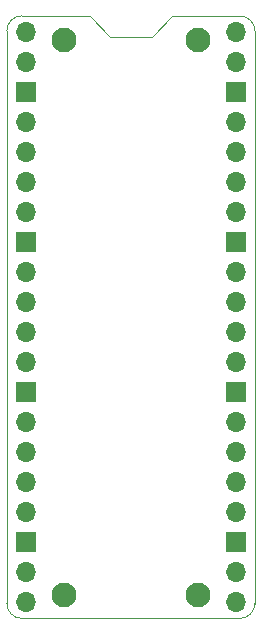
<source format=gbr>
G04 #@! TF.GenerationSoftware,KiCad,Pcbnew,7.0.5*
G04 #@! TF.CreationDate,2023-10-03T09:42:01+03:00*
G04 #@! TF.ProjectId,Pico_mod,5069636f-5f6d-46f6-942e-6b696361645f,rev?*
G04 #@! TF.SameCoordinates,Original*
G04 #@! TF.FileFunction,Soldermask,Bot*
G04 #@! TF.FilePolarity,Negative*
%FSLAX46Y46*%
G04 Gerber Fmt 4.6, Leading zero omitted, Abs format (unit mm)*
G04 Created by KiCad (PCBNEW 7.0.5) date 2023-10-03 09:42:01*
%MOMM*%
%LPD*%
G01*
G04 APERTURE LIST*
%ADD10C,2.100000*%
%ADD11O,1.700000X1.700000*%
%ADD12R,1.700000X1.700000*%
G04 #@! TA.AperFunction,Profile*
%ADD13C,0.100000*%
G04 #@! TD*
G04 APERTURE END LIST*
D10*
X4800000Y-2000000D03*
D11*
X1610000Y-1370000D03*
X1610000Y-3910000D03*
D12*
X1610000Y-6450000D03*
D11*
X1610000Y-8990000D03*
X1610000Y-11530000D03*
X1610000Y-14070000D03*
X1610000Y-16610000D03*
D12*
X1610000Y-19150000D03*
D11*
X1610000Y-21690000D03*
X1610000Y-24230000D03*
X1610000Y-26770000D03*
X1610000Y-29310000D03*
D12*
X1610000Y-31850000D03*
D11*
X1610000Y-34390000D03*
X1610000Y-36930000D03*
X1610000Y-39470000D03*
X1610000Y-42010000D03*
D12*
X1610000Y-44550000D03*
D11*
X1610000Y-47090000D03*
X1610000Y-49630000D03*
D10*
X4800000Y-49000000D03*
D11*
X19390000Y-1370000D03*
X19390000Y-3910000D03*
D12*
X19390000Y-6450000D03*
D11*
X19390000Y-8990000D03*
X19390000Y-11530000D03*
X19390000Y-14070000D03*
X19390000Y-16610000D03*
D12*
X19390000Y-19150000D03*
D11*
X19390000Y-21690000D03*
X19390000Y-24230000D03*
X19390000Y-26770000D03*
X19390000Y-29310000D03*
D12*
X19390000Y-31850000D03*
D11*
X19390000Y-34390000D03*
X19390000Y-36930000D03*
X19390000Y-39470000D03*
X19390000Y-42010000D03*
D12*
X19390000Y-44550000D03*
D11*
X19390000Y-47090000D03*
X19390000Y-49630000D03*
D10*
X16200000Y-2000000D03*
X16200000Y-49000000D03*
D13*
X19750000Y-51000000D02*
G75*
G03*
X21000000Y-49750000I0J1250000D01*
G01*
X1250000Y0D02*
G75*
G03*
X0Y-1250000I2J-1250002D01*
G01*
X0Y-49750000D02*
X0Y-1250000D01*
X19750000Y-51000000D02*
X1250000Y-51000000D01*
X8750000Y-1750000D02*
X12250000Y-1750000D01*
X7000000Y0D02*
X1250000Y0D01*
X21000000Y-1250000D02*
G75*
G03*
X19750000Y0I-1250000J0D01*
G01*
X21000000Y-1250000D02*
X21000000Y-49750000D01*
X12250000Y-1750000D02*
X14000000Y0D01*
X0Y-49750000D02*
G75*
G03*
X1250000Y-51000000I1250000J0D01*
G01*
X8750000Y-1750000D02*
X7000000Y0D01*
X14000000Y0D02*
X19750000Y0D01*
M02*

</source>
